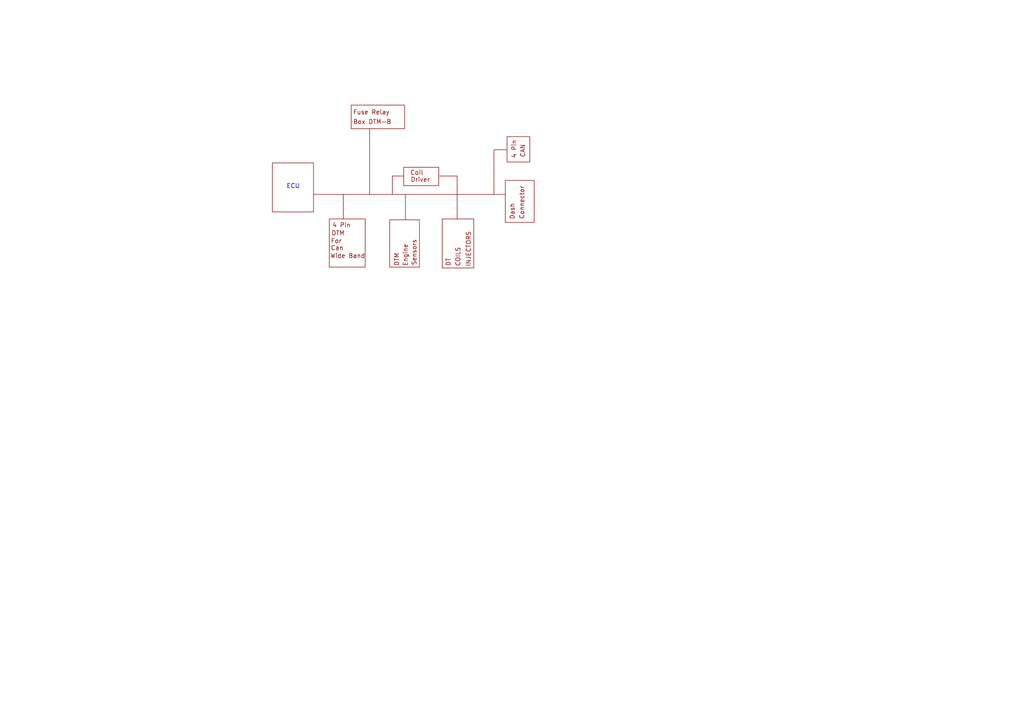
<source format=kicad_sch>
(kicad_sch (version 20211123) (generator eeschema)
  (paper "A4")
  (lib_symbols
    (symbol "Ty lib:ECU"
      (property "Reference" "U" (at 0 0 0))
      (property "Value" "ECU" (at -1.27 0 0))
      (symbol "ECU_0_0"
        (text "4 Pin" (at 12.954 -14.478 0) (effects (font (size 1.27 1.27))))
        (text "4 Pin" (at 62.992 7.62 900) (effects (font (size 1.27 1.27))))
        (text "Box DTM-B" (at 21.844 15.494 0) (effects (font (size 1.27 1.27))))
        (text "Can" (at 11.684 -21.082 0) (effects (font (size 1.27 1.27))))
        (text "CAN" (at 65.532 7.112 900) (effects (font (size 1.27 1.27))))
        (text "Coil" (at 34.798 0.762 0) (effects (font (size 1.27 1.27))))
        (text "COILS" (at 46.736 -23.622 900) (effects (font (size 1.27 1.27))))
        (text "Connector" (at 65.278 -7.874 900) (effects (font (size 1.27 1.27))))
        (text "Dash" (at 62.484 -10.414 900) (effects (font (size 1.27 1.27))))
        (text "Driver" (at 35.814 -1.27 0) (effects (font (size 1.27 1.27))))
        (text "DT" (at 43.942 -25.146 900) (effects (font (size 1.27 1.27))))
        (text "DTM" (at 11.938 -16.764 0) (effects (font (size 1.27 1.27))))
        (text "DTM" (at 28.956 -24.384 900) (effects (font (size 1.27 1.27))))
        (text "Engine" (at 31.496 -23.114 900) (effects (font (size 1.27 1.27))))
        (text "For" (at 11.43 -19.05 0) (effects (font (size 1.27 1.27))))
        (text "Fuse Relay" (at 21.59 18.288 0) (effects (font (size 1.27 1.27))))
        (text "INJECTORS" (at 49.784 -21.336 900) (effects (font (size 1.27 1.27))))
        (text "Sensors" (at 34.036 -22.352 900) (effects (font (size 1.27 1.27))))
        (text "Wide Band" (at 14.732 -23.368 0) (effects (font (size 1.27 1.27))))
      )
      (symbol "ECU_0_1"
        (rectangle (start -7.112 3.556) (end 4.826 -10.668))
        (polyline (pts (xy 4.826 -5.588) (xy 60.452 -5.588)))
        (polyline (pts (xy 13.462 -5.588) (xy 13.462 -12.7)))
        (polyline (pts (xy 21.082 -5.588) (xy 21.082 13.462)))
        (polyline (pts (xy 31.496 -5.588) (xy 31.496 -12.954)))
        (polyline (pts (xy 46.482 -0.254) (xy 46.482 -12.7)))
        (polyline (pts (xy 27.686 -5.588) (xy 27.686 -0.254) (xy 30.988 -0.254)))
        (polyline (pts (xy 46.482 -0.254) (xy 41.656 -0.254) (xy 41.402 -0.254)))
        (polyline (pts (xy 57.15 -5.588) (xy 57.15 7.366) (xy 60.706 7.366)))
        (rectangle (start 9.398 -12.7) (end 19.812 -26.67))
        (rectangle (start 15.748 20.32) (end 31.242 13.462))
        (rectangle (start 26.924 -12.954) (end 35.56 -26.67))
        (rectangle (start 30.988 2.286) (end 41.148 -3.048))
        (rectangle (start 42.164 -12.7) (end 51.308 -26.924))
        (rectangle (start 60.452 -1.524) (end 68.834 -13.716))
        (rectangle (start 60.96 11.176) (end 67.564 3.81))
      )
    )
  )
  (text "ECU" (at 83.058 54.864 0) (effects (font (size 1.27 1.27)) (justify left bottom)))
  (symbol (lib_id "Ty lib:ECU") (at 86.106 50.8 0) (unit 1)
    (property "Reference" "U?" (effects hide))
    (property "Value" "ECU" (effects hide))
  )
)
</source>
